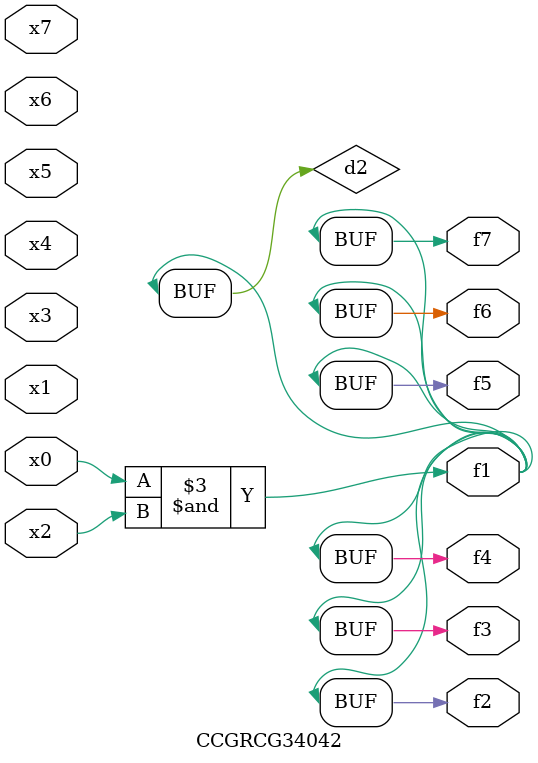
<source format=v>
module CCGRCG34042(
	input x0, x1, x2, x3, x4, x5, x6, x7,
	output f1, f2, f3, f4, f5, f6, f7
);

	wire d1, d2;

	nor (d1, x3, x6);
	and (d2, x0, x2);
	assign f1 = d2;
	assign f2 = d2;
	assign f3 = d2;
	assign f4 = d2;
	assign f5 = d2;
	assign f6 = d2;
	assign f7 = d2;
endmodule

</source>
